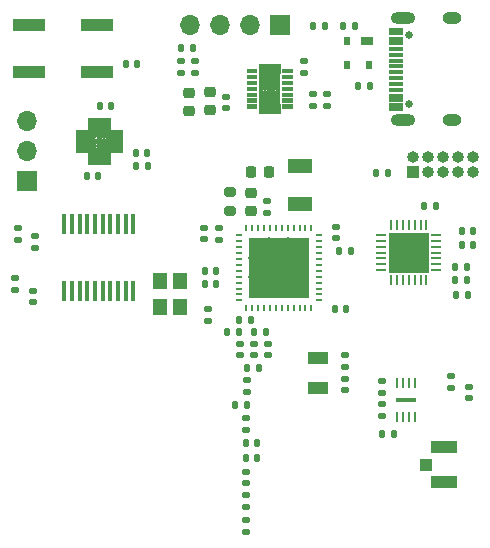
<source format=gts>
%TF.GenerationSoftware,KiCad,Pcbnew,(6.0.7)*%
%TF.CreationDate,2022-10-19T23:25:32-04:00*%
%TF.ProjectId,Emrick,456d7269-636b-42e6-9b69-6361645f7063,1*%
%TF.SameCoordinates,Original*%
%TF.FileFunction,Soldermask,Top*%
%TF.FilePolarity,Negative*%
%FSLAX46Y46*%
G04 Gerber Fmt 4.6, Leading zero omitted, Abs format (unit mm)*
G04 Created by KiCad (PCBNEW (6.0.7)) date 2022-10-19 23:25:32*
%MOMM*%
%LPD*%
G01*
G04 APERTURE LIST*
G04 Aperture macros list*
%AMRoundRect*
0 Rectangle with rounded corners*
0 $1 Rounding radius*
0 $2 $3 $4 $5 $6 $7 $8 $9 X,Y pos of 4 corners*
0 Add a 4 corners polygon primitive as box body*
4,1,4,$2,$3,$4,$5,$6,$7,$8,$9,$2,$3,0*
0 Add four circle primitives for the rounded corners*
1,1,$1+$1,$2,$3*
1,1,$1+$1,$4,$5*
1,1,$1+$1,$6,$7*
1,1,$1+$1,$8,$9*
0 Add four rect primitives between the rounded corners*
20,1,$1+$1,$2,$3,$4,$5,0*
20,1,$1+$1,$4,$5,$6,$7,0*
20,1,$1+$1,$6,$7,$8,$9,0*
20,1,$1+$1,$8,$9,$2,$3,0*%
G04 Aperture macros list end*
%ADD10C,0.100000*%
%ADD11C,0.508000*%
%ADD12R,0.850000X0.280000*%
%ADD13R,0.280000X0.850000*%
%ADD14R,1.200000X1.400000*%
%ADD15RoundRect,0.140000X-0.140000X-0.170000X0.140000X-0.170000X0.140000X0.170000X-0.140000X0.170000X0*%
%ADD16RoundRect,0.135000X0.185000X-0.135000X0.185000X0.135000X-0.185000X0.135000X-0.185000X-0.135000X0*%
%ADD17RoundRect,0.135000X0.135000X0.185000X-0.135000X0.185000X-0.135000X-0.185000X0.135000X-0.185000X0*%
%ADD18R,2.750000X1.000000*%
%ADD19R,2.000000X1.200000*%
%ADD20RoundRect,0.140000X0.170000X-0.140000X0.170000X0.140000X-0.170000X0.140000X-0.170000X-0.140000X0*%
%ADD21RoundRect,0.147500X-0.172500X0.147500X-0.172500X-0.147500X0.172500X-0.147500X0.172500X0.147500X0*%
%ADD22RoundRect,0.140000X0.140000X0.170000X-0.140000X0.170000X-0.140000X-0.170000X0.140000X-0.170000X0*%
%ADD23RoundRect,0.140000X-0.170000X0.140000X-0.170000X-0.140000X0.170000X-0.140000X0.170000X0.140000X0*%
%ADD24R,1.000000X0.700000*%
%ADD25R,0.600000X0.700000*%
%ADD26RoundRect,0.147500X0.172500X-0.147500X0.172500X0.147500X-0.172500X0.147500X-0.172500X-0.147500X0*%
%ADD27R,0.965200X0.254000*%
%ADD28R,0.254000X0.965200*%
%ADD29R,3.352800X3.352800*%
%ADD30R,0.355600X1.676400*%
%ADD31RoundRect,0.225000X-0.250000X0.225000X-0.250000X-0.225000X0.250000X-0.225000X0.250000X0.225000X0*%
%ADD32RoundRect,0.135000X-0.135000X-0.185000X0.135000X-0.185000X0.135000X0.185000X-0.135000X0.185000X0*%
%ADD33O,0.240000X0.599999*%
%ADD34O,0.599999X0.240000*%
%ADD35R,5.150000X5.150000*%
%ADD36C,0.499999*%
%ADD37R,1.800000X1.000000*%
%ADD38O,1.000000X1.000000*%
%ADD39R,1.000000X1.000000*%
%ADD40R,1.700000X1.700000*%
%ADD41O,1.700000X1.700000*%
%ADD42R,1.050000X1.000000*%
%ADD43R,2.200000X1.050000*%
%ADD44RoundRect,0.225000X0.250000X-0.225000X0.250000X0.225000X-0.250000X0.225000X-0.250000X-0.225000X0*%
%ADD45C,0.650000*%
%ADD46R,1.150000X0.300000*%
%ADD47O,1.600000X1.000000*%
%ADD48O,2.100000X1.000000*%
%ADD49R,0.820000X0.280000*%
%ADD50R,0.254000X0.812800*%
%ADD51R,1.701800X0.304800*%
%ADD52RoundRect,0.147500X-0.147500X-0.172500X0.147500X-0.172500X0.147500X0.172500X-0.147500X0.172500X0*%
%ADD53RoundRect,0.200000X-0.275000X0.200000X-0.275000X-0.200000X0.275000X-0.200000X0.275000X0.200000X0*%
%ADD54RoundRect,0.225000X0.225000X0.250000X-0.225000X0.250000X-0.225000X-0.250000X0.225000X-0.250000X0*%
G04 APERTURE END LIST*
%TO.C,U6*%
G36*
X91934595Y-31409533D02*
G01*
X90945404Y-31409533D01*
X90945404Y-30990341D01*
X91934595Y-30990341D01*
X91934595Y-31409533D01*
G37*
D10*
X91934595Y-31409533D02*
X90945404Y-31409533D01*
X90945404Y-30990341D01*
X91934595Y-30990341D01*
X91934595Y-31409533D01*
G36*
X90878500Y-32363500D02*
G01*
X89051500Y-32363500D01*
X89051500Y-32043700D01*
X90878500Y-32043700D01*
X90878500Y-32363500D01*
G37*
X90878500Y-32363500D02*
X89051500Y-32363500D01*
X89051500Y-32043700D01*
X90878500Y-32043700D01*
X90878500Y-32363500D01*
G36*
X89924596Y-30469596D02*
G01*
X89505405Y-30469596D01*
X89505405Y-29480405D01*
X89924596Y-29480405D01*
X89924596Y-30469596D01*
G37*
X89924596Y-30469596D02*
X89505405Y-30469596D01*
X89505405Y-29480405D01*
X89924596Y-29480405D01*
X89924596Y-30469596D01*
G36*
X90924597Y-33419595D02*
G01*
X90505403Y-33419595D01*
X90505403Y-32430404D01*
X90924597Y-32430404D01*
X90924597Y-33419595D01*
G37*
X90924597Y-33419595D02*
X90505403Y-33419595D01*
X90505403Y-32430404D01*
X90924597Y-32430404D01*
X90924597Y-33419595D01*
G36*
X88984596Y-31909659D02*
G01*
X87995405Y-31909659D01*
X87995405Y-31490467D01*
X88984596Y-31490467D01*
X88984596Y-31909659D01*
G37*
X88984596Y-31909659D02*
X87995405Y-31909659D01*
X87995405Y-31490467D01*
X88984596Y-31490467D01*
X88984596Y-31909659D01*
G36*
X90924597Y-30469596D02*
G01*
X90505403Y-30469596D01*
X90505403Y-29480405D01*
X90924597Y-29480405D01*
X90924597Y-30469596D01*
G37*
X90924597Y-30469596D02*
X90505403Y-30469596D01*
X90505403Y-29480405D01*
X90924597Y-29480405D01*
X90924597Y-30469596D01*
G36*
X91934595Y-32409785D02*
G01*
X90945404Y-32409785D01*
X90945404Y-31990593D01*
X91934595Y-31990593D01*
X91934595Y-32409785D01*
G37*
X91934595Y-32409785D02*
X90945404Y-32409785D01*
X90945404Y-31990593D01*
X91934595Y-31990593D01*
X91934595Y-32409785D01*
G36*
X88984596Y-30909407D02*
G01*
X87995405Y-30909407D01*
X87995405Y-30490215D01*
X88984596Y-30490215D01*
X88984596Y-30909407D01*
G37*
X88984596Y-30909407D02*
X87995405Y-30909407D01*
X87995405Y-30490215D01*
X88984596Y-30490215D01*
X88984596Y-30909407D01*
G36*
X91934595Y-31909659D02*
G01*
X90945404Y-31909659D01*
X90945404Y-31490467D01*
X91934595Y-31490467D01*
X91934595Y-31909659D01*
G37*
X91934595Y-31909659D02*
X90945404Y-31909659D01*
X90945404Y-31490467D01*
X91934595Y-31490467D01*
X91934595Y-31909659D01*
G36*
X90878500Y-32363500D02*
G01*
X90558700Y-32363500D01*
X90558700Y-30536500D01*
X90878500Y-30536500D01*
X90878500Y-32363500D01*
G37*
X90878500Y-32363500D02*
X90558700Y-32363500D01*
X90558700Y-30536500D01*
X90878500Y-30536500D01*
X90878500Y-32363500D01*
G36*
X91934595Y-30909407D02*
G01*
X90945404Y-30909407D01*
X90945404Y-30490215D01*
X91934595Y-30490215D01*
X91934595Y-30909407D01*
G37*
X91934595Y-30909407D02*
X90945404Y-30909407D01*
X90945404Y-30490215D01*
X91934595Y-30490215D01*
X91934595Y-30909407D01*
G36*
X89424597Y-33419595D02*
G01*
X89005403Y-33419595D01*
X89005403Y-32430404D01*
X89424597Y-32430404D01*
X89424597Y-33419595D01*
G37*
X89424597Y-33419595D02*
X89005403Y-33419595D01*
X89005403Y-32430404D01*
X89424597Y-32430404D01*
X89424597Y-33419595D01*
G36*
X89424597Y-30469596D02*
G01*
X89005403Y-30469596D01*
X89005403Y-29480405D01*
X89424597Y-29480405D01*
X89424597Y-30469596D01*
G37*
X89424597Y-30469596D02*
X89005403Y-30469596D01*
X89005403Y-29480405D01*
X89424597Y-29480405D01*
X89424597Y-30469596D01*
G36*
X88984596Y-32409785D02*
G01*
X87995405Y-32409785D01*
X87995405Y-31990593D01*
X88984596Y-31990593D01*
X88984596Y-32409785D01*
G37*
X88984596Y-32409785D02*
X87995405Y-32409785D01*
X87995405Y-31990593D01*
X88984596Y-31990593D01*
X88984596Y-32409785D01*
G36*
X90878500Y-31643700D02*
G01*
X89051500Y-31643700D01*
X89051500Y-31256300D01*
X90878500Y-31256300D01*
X90878500Y-31643700D01*
G37*
X90878500Y-31643700D02*
X89051500Y-31643700D01*
X89051500Y-31256300D01*
X90878500Y-31256300D01*
X90878500Y-31643700D01*
G36*
X90424595Y-33419595D02*
G01*
X90005404Y-33419595D01*
X90005404Y-32430404D01*
X90424595Y-32430404D01*
X90424595Y-33419595D01*
G37*
X90424595Y-33419595D02*
X90005404Y-33419595D01*
X90005404Y-32430404D01*
X90424595Y-32430404D01*
X90424595Y-33419595D01*
G36*
X90424595Y-30469596D02*
G01*
X90005404Y-30469596D01*
X90005404Y-29480405D01*
X90424595Y-29480405D01*
X90424595Y-30469596D01*
G37*
X90424595Y-30469596D02*
X90005404Y-30469596D01*
X90005404Y-29480405D01*
X90424595Y-29480405D01*
X90424595Y-30469596D01*
G36*
X88984596Y-31409533D02*
G01*
X87995405Y-31409533D01*
X87995405Y-30990341D01*
X88984596Y-30990341D01*
X88984596Y-31409533D01*
G37*
X88984596Y-31409533D02*
X87995405Y-31409533D01*
X87995405Y-30990341D01*
X88984596Y-30990341D01*
X88984596Y-31409533D01*
G36*
X90158700Y-32363500D02*
G01*
X89771300Y-32363500D01*
X89771300Y-30536500D01*
X90158700Y-30536500D01*
X90158700Y-32363500D01*
G37*
X90158700Y-32363500D02*
X89771300Y-32363500D01*
X89771300Y-30536500D01*
X90158700Y-30536500D01*
X90158700Y-32363500D01*
G36*
X89924596Y-33419595D02*
G01*
X89505405Y-33419595D01*
X89505405Y-32430404D01*
X89924596Y-32430404D01*
X89924596Y-33419595D01*
G37*
X89924596Y-33419595D02*
X89505405Y-33419595D01*
X89505405Y-32430404D01*
X89924596Y-32430404D01*
X89924596Y-33419595D01*
G36*
X89371300Y-32363500D02*
G01*
X89051500Y-32363500D01*
X89051500Y-30536500D01*
X89371300Y-30536500D01*
X89371300Y-32363500D01*
G37*
X89371300Y-32363500D02*
X89051500Y-32363500D01*
X89051500Y-30536500D01*
X89371300Y-30536500D01*
X89371300Y-32363500D01*
G36*
X90878500Y-30856300D02*
G01*
X89051500Y-30856300D01*
X89051500Y-30536500D01*
X90878500Y-30536500D01*
X90878500Y-30856300D01*
G37*
X90878500Y-30856300D02*
X89051500Y-30856300D01*
X89051500Y-30536500D01*
X90878500Y-30536500D01*
X90878500Y-30856300D01*
%TO.C,U3*%
G36*
X104841600Y-25676600D02*
G01*
X104408400Y-25676600D01*
X104408400Y-24923400D01*
X104841600Y-24923400D01*
X104841600Y-25676600D01*
G37*
X104841600Y-25676600D02*
X104408400Y-25676600D01*
X104408400Y-24923400D01*
X104841600Y-24923400D01*
X104841600Y-25676600D01*
G36*
X104593700Y-28488500D02*
G01*
X104206300Y-28488500D01*
X104206300Y-25511500D01*
X104593700Y-25511500D01*
X104593700Y-28488500D01*
G37*
X104593700Y-28488500D02*
X104206300Y-28488500D01*
X104206300Y-25511500D01*
X104593700Y-25511500D01*
X104593700Y-28488500D01*
G36*
X105253500Y-27587400D02*
G01*
X103546500Y-27587400D01*
X103546500Y-27200000D01*
X105253500Y-27200000D01*
X105253500Y-27587400D01*
G37*
X105253500Y-27587400D02*
X103546500Y-27587400D01*
X103546500Y-27200000D01*
X105253500Y-27200000D01*
X105253500Y-27587400D01*
G36*
X103806300Y-28488500D02*
G01*
X103546500Y-28488500D01*
X103546500Y-25511500D01*
X103806300Y-25511500D01*
X103806300Y-28488500D01*
G37*
X103806300Y-28488500D02*
X103546500Y-28488500D01*
X103546500Y-25511500D01*
X103806300Y-25511500D01*
X103806300Y-28488500D01*
G36*
X105253500Y-28488500D02*
G01*
X103546500Y-28488500D01*
X103546500Y-27987400D01*
X105253500Y-27987400D01*
X105253500Y-28488500D01*
G37*
X105253500Y-28488500D02*
X103546500Y-28488500D01*
X103546500Y-27987400D01*
X105253500Y-27987400D01*
X105253500Y-28488500D01*
G36*
X103300000Y-25640000D02*
G01*
X102480001Y-25640000D01*
X102480001Y-25360001D01*
X103300000Y-25360001D01*
X103300000Y-25640000D01*
G37*
X103300000Y-25640000D02*
X102480001Y-25640000D01*
X102480001Y-25360001D01*
X103300000Y-25360001D01*
X103300000Y-25640000D01*
G36*
X105253500Y-26012600D02*
G01*
X103546500Y-26012600D01*
X103546500Y-25511500D01*
X105253500Y-25511500D01*
X105253500Y-26012600D01*
G37*
X105253500Y-26012600D02*
X103546500Y-26012600D01*
X103546500Y-25511500D01*
X105253500Y-25511500D01*
X105253500Y-26012600D01*
G36*
X106319999Y-26139999D02*
G01*
X105500000Y-26139999D01*
X105500000Y-25860000D01*
X106319999Y-25860000D01*
X106319999Y-26139999D01*
G37*
X106319999Y-26139999D02*
X105500000Y-26139999D01*
X105500000Y-25860000D01*
X106319999Y-25860000D01*
X106319999Y-26139999D01*
G36*
X105253500Y-28488500D02*
G01*
X104993700Y-28488500D01*
X104993700Y-25511500D01*
X105253500Y-25511500D01*
X105253500Y-28488500D01*
G37*
X105253500Y-28488500D02*
X104993700Y-28488500D01*
X104993700Y-25511500D01*
X105253500Y-25511500D01*
X105253500Y-28488500D01*
G36*
X106319999Y-25640000D02*
G01*
X105500000Y-25640000D01*
X105500000Y-25360001D01*
X106319999Y-25360001D01*
X106319999Y-25640000D01*
G37*
X106319999Y-25640000D02*
X105500000Y-25640000D01*
X105500000Y-25360001D01*
X106319999Y-25360001D01*
X106319999Y-25640000D01*
G36*
X103300000Y-27140000D02*
G01*
X102480001Y-27140000D01*
X102480001Y-26860000D01*
X103300000Y-26860000D01*
X103300000Y-27140000D01*
G37*
X103300000Y-27140000D02*
X102480001Y-27140000D01*
X102480001Y-26860000D01*
X103300000Y-26860000D01*
X103300000Y-27140000D01*
G36*
X106319999Y-27639999D02*
G01*
X105500000Y-27639999D01*
X105500000Y-27359999D01*
X106319999Y-27359999D01*
X106319999Y-27639999D01*
G37*
X106319999Y-27639999D02*
X105500000Y-27639999D01*
X105500000Y-27359999D01*
X106319999Y-27359999D01*
X106319999Y-27639999D01*
G36*
X104841600Y-29076600D02*
G01*
X104408400Y-29076600D01*
X104408400Y-28323400D01*
X104841600Y-28323400D01*
X104841600Y-29076600D01*
G37*
X104841600Y-29076600D02*
X104408400Y-29076600D01*
X104408400Y-28323400D01*
X104841600Y-28323400D01*
X104841600Y-29076600D01*
G36*
X106319999Y-26640001D02*
G01*
X105500000Y-26640001D01*
X105500000Y-26359999D01*
X106319999Y-26359999D01*
X106319999Y-26640001D01*
G37*
X106319999Y-26640001D02*
X105500000Y-26640001D01*
X105500000Y-26359999D01*
X106319999Y-26359999D01*
X106319999Y-26640001D01*
G36*
X105291600Y-29076600D02*
G01*
X104858400Y-29076600D01*
X104858400Y-28323400D01*
X105291600Y-28323400D01*
X105291600Y-29076600D01*
G37*
X105291600Y-29076600D02*
X104858400Y-29076600D01*
X104858400Y-28323400D01*
X105291600Y-28323400D01*
X105291600Y-29076600D01*
G36*
X104391600Y-29076600D02*
G01*
X103958400Y-29076600D01*
X103958400Y-28323400D01*
X104391600Y-28323400D01*
X104391600Y-29076600D01*
G37*
X104391600Y-29076600D02*
X103958400Y-29076600D01*
X103958400Y-28323400D01*
X104391600Y-28323400D01*
X104391600Y-29076600D01*
G36*
X103300000Y-28140000D02*
G01*
X102480001Y-28140000D01*
X102480001Y-27860001D01*
X103300000Y-27860001D01*
X103300000Y-28140000D01*
G37*
X103300000Y-28140000D02*
X102480001Y-28140000D01*
X102480001Y-27860001D01*
X103300000Y-27860001D01*
X103300000Y-28140000D01*
G36*
X103300000Y-26640001D02*
G01*
X102480001Y-26640001D01*
X102480001Y-26360001D01*
X103300000Y-26360001D01*
X103300000Y-26640001D01*
G37*
X103300000Y-26640001D02*
X102480001Y-26640001D01*
X102480001Y-26360001D01*
X103300000Y-26360001D01*
X103300000Y-26640001D01*
G36*
X104391600Y-25676600D02*
G01*
X103958400Y-25676600D01*
X103958400Y-24923400D01*
X104391600Y-24923400D01*
X104391600Y-25676600D01*
G37*
X104391600Y-25676600D02*
X103958400Y-25676600D01*
X103958400Y-24923400D01*
X104391600Y-24923400D01*
X104391600Y-25676600D01*
G36*
X103941600Y-29076600D02*
G01*
X103508400Y-29076600D01*
X103508400Y-28323400D01*
X103941600Y-28323400D01*
X103941600Y-29076600D01*
G37*
X103941600Y-29076600D02*
X103508400Y-29076600D01*
X103508400Y-28323400D01*
X103941600Y-28323400D01*
X103941600Y-29076600D01*
G36*
X105253500Y-26800000D02*
G01*
X103546500Y-26800000D01*
X103546500Y-26412600D01*
X105253500Y-26412600D01*
X105253500Y-26800000D01*
G37*
X105253500Y-26800000D02*
X103546500Y-26800000D01*
X103546500Y-26412600D01*
X105253500Y-26412600D01*
X105253500Y-26800000D01*
G36*
X103300000Y-27640001D02*
G01*
X102480001Y-27640001D01*
X102480001Y-27359999D01*
X103300000Y-27359999D01*
X103300000Y-27640001D01*
G37*
X103300000Y-27640001D02*
X102480001Y-27640001D01*
X102480001Y-27359999D01*
X103300000Y-27359999D01*
X103300000Y-27640001D01*
G36*
X103300000Y-26139999D02*
G01*
X102480001Y-26139999D01*
X102480001Y-25860000D01*
X103300000Y-25860000D01*
X103300000Y-26139999D01*
G37*
X103300000Y-26139999D02*
X102480001Y-26139999D01*
X102480001Y-25860000D01*
X103300000Y-25860000D01*
X103300000Y-26139999D01*
G36*
X106319999Y-28140000D02*
G01*
X105500000Y-28140000D01*
X105500000Y-27860001D01*
X106319999Y-27860001D01*
X106319999Y-28140000D01*
G37*
X106319999Y-28140000D02*
X105500000Y-28140000D01*
X105500000Y-27860001D01*
X106319999Y-27860001D01*
X106319999Y-28140000D01*
G36*
X106319999Y-27140000D02*
G01*
X105500000Y-27140000D01*
X105500000Y-26860000D01*
X106319999Y-26860000D01*
X106319999Y-27140000D01*
G37*
X106319999Y-27140000D02*
X105500000Y-27140000D01*
X105500000Y-26860000D01*
X106319999Y-26860000D01*
X106319999Y-27140000D01*
G36*
X105291600Y-25676600D02*
G01*
X104858400Y-25676600D01*
X104858400Y-24923400D01*
X105291600Y-24923400D01*
X105291600Y-25676600D01*
G37*
X105291600Y-25676600D02*
X104858400Y-25676600D01*
X104858400Y-24923400D01*
X105291600Y-24923400D01*
X105291600Y-25676600D01*
G36*
X103300000Y-28639999D02*
G01*
X102480001Y-28639999D01*
X102480001Y-28360000D01*
X103300000Y-28360000D01*
X103300000Y-28639999D01*
G37*
X103300000Y-28639999D02*
X102480001Y-28639999D01*
X102480001Y-28360000D01*
X103300000Y-28360000D01*
X103300000Y-28639999D01*
G36*
X103941600Y-25676600D02*
G01*
X103508400Y-25676600D01*
X103508400Y-24923400D01*
X103941600Y-24923400D01*
X103941600Y-25676600D01*
G37*
X103941600Y-25676600D02*
X103508400Y-25676600D01*
X103508400Y-24923400D01*
X103941600Y-24923400D01*
X103941600Y-25676600D01*
G36*
X106319999Y-28639999D02*
G01*
X105500000Y-28639999D01*
X105500000Y-28360000D01*
X106319999Y-28360000D01*
X106319999Y-28639999D01*
G37*
X106319999Y-28639999D02*
X105500000Y-28639999D01*
X105500000Y-28360000D01*
X106319999Y-28360000D01*
X106319999Y-28639999D01*
%TD*%
D11*
%TO.C,U6*%
X89571300Y-31056300D03*
X90358700Y-31843700D03*
X90358700Y-31056300D03*
X89571300Y-31843700D03*
D12*
X91440001Y-30699811D03*
X91440001Y-31199937D03*
X91440001Y-31700063D03*
X91440001Y-32200189D03*
D13*
X90715001Y-32925001D03*
X90215000Y-32925001D03*
X89715000Y-32925001D03*
X89214999Y-32925001D03*
D12*
X88489999Y-32200189D03*
X88489999Y-31700063D03*
X88489999Y-31199937D03*
X88489999Y-30699811D03*
D13*
X89214999Y-29974999D03*
X89715000Y-29974999D03*
X90215000Y-29974999D03*
X90715001Y-29974999D03*
%TD*%
D14*
%TO.C,Y1*%
X96850000Y-45500000D03*
X96850000Y-43300000D03*
X95150000Y-43300000D03*
X95150000Y-45500000D03*
%TD*%
D15*
%TO.C,C14*%
X120720000Y-39100000D03*
X121680000Y-39100000D03*
%TD*%
D16*
%TO.C,R10*%
X98100000Y-25710000D03*
X98100000Y-24690000D03*
%TD*%
D15*
%TO.C,C13*%
X120720000Y-40250000D03*
X121680000Y-40250000D03*
%TD*%
D17*
%TO.C,R17*%
X111610000Y-21700000D03*
X110590000Y-21700000D03*
%TD*%
D18*
%TO.C,SW2*%
X89780000Y-25600000D03*
X84020000Y-25600000D03*
X84020000Y-21600000D03*
X89780000Y-21600000D03*
%TD*%
D19*
%TO.C,L1*%
X107000000Y-36800000D03*
X107000000Y-33600000D03*
%TD*%
D20*
%TO.C,C26*%
X109270572Y-28480000D03*
X109270572Y-27520000D03*
%TD*%
D16*
%TO.C,R21*%
X113950000Y-54760000D03*
X113950000Y-53740000D03*
%TD*%
D21*
%TO.C,L5*%
X102400000Y-54935000D03*
X102400000Y-55905000D03*
%TD*%
%TO.C,L2*%
X101900000Y-48630000D03*
X101900000Y-49600000D03*
%TD*%
D22*
%TO.C,C3*%
X99880000Y-42500000D03*
X98920000Y-42500000D03*
%TD*%
D23*
%TO.C,C8*%
X99200000Y-45720000D03*
X99200000Y-46680000D03*
%TD*%
D15*
%TO.C,C1*%
X109920000Y-45700000D03*
X110880000Y-45700000D03*
%TD*%
D16*
%TO.C,R2*%
X100100000Y-39810000D03*
X100100000Y-38790000D03*
%TD*%
D15*
%TO.C,C33*%
X93085000Y-32495000D03*
X94045000Y-32495000D03*
%TD*%
D17*
%TO.C,R15*%
X121154000Y-42087000D03*
X120134000Y-42087000D03*
%TD*%
D24*
%TO.C,D4*%
X112650000Y-23000000D03*
D25*
X110950000Y-23000000D03*
X110950000Y-25000000D03*
X112850000Y-25000000D03*
%TD*%
D16*
%TO.C,R4*%
X83100000Y-39810000D03*
X83100000Y-38790000D03*
%TD*%
D15*
%TO.C,C24*%
X92220000Y-24900000D03*
X93180000Y-24900000D03*
%TD*%
D17*
%TO.C,R12*%
X97910000Y-23600000D03*
X96890000Y-23600000D03*
%TD*%
D26*
%TO.C,D1*%
X121297000Y-53235000D03*
X121297000Y-52265000D03*
%TD*%
D23*
%TO.C,C18*%
X103100000Y-48640000D03*
X103100000Y-49600000D03*
%TD*%
D27*
%TO.C,U4*%
X118524100Y-42400000D03*
X118524100Y-41900001D03*
X118524100Y-41399999D03*
X118524100Y-40900000D03*
X118524100Y-40400001D03*
X118524100Y-39899999D03*
X118524100Y-39400000D03*
D28*
X117700000Y-38575900D03*
X117200001Y-38575900D03*
X116699999Y-38575900D03*
X116200000Y-38575900D03*
X115700001Y-38575900D03*
X115199999Y-38575900D03*
X114700000Y-38575900D03*
D27*
X113875900Y-39400000D03*
X113875900Y-39899999D03*
X113875900Y-40400001D03*
X113875900Y-40900000D03*
X113875900Y-41399999D03*
X113875900Y-41900001D03*
X113875900Y-42400000D03*
D28*
X114700000Y-43224100D03*
X115199999Y-43224100D03*
X115700001Y-43224100D03*
X116200000Y-43224100D03*
X116699999Y-43224100D03*
X117200001Y-43224100D03*
X117700000Y-43224100D03*
D29*
X116200000Y-40900000D03*
%TD*%
D17*
%TO.C,R19*%
X118510000Y-37000000D03*
X117490000Y-37000000D03*
%TD*%
D30*
%TO.C,U1*%
X87027500Y-44133650D03*
X87677501Y-44133650D03*
X88327499Y-44133650D03*
X88977501Y-44133650D03*
X89627499Y-44133650D03*
X90277498Y-44133650D03*
X90927499Y-44133650D03*
X91577498Y-44133650D03*
X92227499Y-44133650D03*
X92877498Y-44133650D03*
X92877500Y-38494850D03*
X92227502Y-38494850D03*
X91577501Y-38494850D03*
X90927502Y-38494850D03*
X90277501Y-38494850D03*
X89627502Y-38494850D03*
X88977501Y-38494850D03*
X88327502Y-38494850D03*
X87677501Y-38494850D03*
X87027502Y-38494850D03*
%TD*%
D20*
%TO.C,C5*%
X104200000Y-37530000D03*
X104200000Y-36570000D03*
%TD*%
D31*
%TO.C,C28*%
X99370572Y-27325000D03*
X99370572Y-28875000D03*
%TD*%
D15*
%TO.C,C31*%
X90040000Y-28500000D03*
X91000000Y-28500000D03*
%TD*%
D20*
%TO.C,C25*%
X108070572Y-28480000D03*
X108070572Y-27520000D03*
%TD*%
D23*
%TO.C,C15*%
X98900000Y-38820000D03*
X98900000Y-39780000D03*
%TD*%
D15*
%TO.C,C2*%
X110320000Y-40800000D03*
X111280000Y-40800000D03*
%TD*%
D32*
%TO.C,R3*%
X113390000Y-34200000D03*
X114410000Y-34200000D03*
%TD*%
D15*
%TO.C,C11*%
X100826000Y-47620000D03*
X101786000Y-47620000D03*
%TD*%
D33*
%TO.C,U2*%
X102450000Y-45600001D03*
X102949999Y-45600001D03*
X103449998Y-45600001D03*
X103950000Y-45600001D03*
X104449999Y-45600001D03*
X104950000Y-45600001D03*
X105450000Y-45600001D03*
X105949998Y-45600001D03*
X106450000Y-45600001D03*
X106949999Y-45600001D03*
X107450001Y-45600001D03*
X107950000Y-45600001D03*
D34*
X108600001Y-44950000D03*
X108600001Y-44450001D03*
X108600001Y-43950002D03*
X108600001Y-43450000D03*
X108600001Y-42950001D03*
X108600001Y-42450000D03*
X108600001Y-41950000D03*
X108600001Y-41450002D03*
X108600001Y-40950000D03*
X108600001Y-40450001D03*
X108600001Y-39949999D03*
X108600001Y-39450000D03*
D33*
X107950000Y-38799999D03*
X107450001Y-38799999D03*
X106949999Y-38799999D03*
X106450000Y-38799999D03*
X105949998Y-38799999D03*
X105450000Y-38799999D03*
X104950000Y-38799999D03*
X104449999Y-38799999D03*
X103950000Y-38799999D03*
X103449998Y-38799999D03*
X102949999Y-38799999D03*
X102450000Y-38799999D03*
D34*
X101799999Y-39450000D03*
X101799999Y-39949999D03*
X101799999Y-40450001D03*
X101799999Y-40950000D03*
X101799999Y-41450002D03*
X101799999Y-41950000D03*
X101799999Y-42450000D03*
X101799999Y-42950001D03*
X101799999Y-43450000D03*
X101799999Y-43950002D03*
X101799999Y-44450001D03*
X101799999Y-44950000D03*
D35*
X105200000Y-42200000D03*
D36*
X102875001Y-41396499D03*
X102875001Y-43003501D03*
X107524999Y-41396499D03*
X106003501Y-39875001D03*
X104396499Y-44524999D03*
X104396499Y-43003501D03*
X107524999Y-43003501D03*
X104396499Y-41396499D03*
X106003501Y-44524999D03*
X104396499Y-39875001D03*
X106003501Y-41396499D03*
X106003501Y-43003501D03*
%TD*%
D22*
%TO.C,C7*%
X99880000Y-43600000D03*
X98920000Y-43600000D03*
%TD*%
D37*
%TO.C,Y2*%
X108500000Y-52350000D03*
X108500000Y-49850000D03*
%TD*%
D17*
%TO.C,R14*%
X121154000Y-43230000D03*
X120134000Y-43230000D03*
%TD*%
D38*
%TO.C,J3*%
X121630000Y-32855000D03*
X121630000Y-34125000D03*
X120360000Y-32855000D03*
X120360000Y-34125000D03*
X119090000Y-32855000D03*
X119090000Y-34125000D03*
X117820000Y-32855000D03*
X117820000Y-34125000D03*
X116550000Y-32855000D03*
D39*
X116550000Y-34125000D03*
%TD*%
D40*
%TO.C,SW1*%
X83907000Y-34831000D03*
D41*
X83907000Y-32291000D03*
X83907000Y-29751000D03*
%TD*%
D42*
%TO.C,J2*%
X117620000Y-58882500D03*
D43*
X119145000Y-60357500D03*
X119145000Y-57407500D03*
%TD*%
D40*
%TO.C,J1*%
X105300000Y-21625000D03*
D41*
X102760000Y-21625000D03*
X100220000Y-21625000D03*
X97680000Y-21625000D03*
%TD*%
D23*
%TO.C,C32*%
X113900000Y-51820000D03*
X113900000Y-52780000D03*
%TD*%
D20*
%TO.C,C30*%
X107300000Y-25680000D03*
X107300000Y-24720000D03*
%TD*%
D22*
%TO.C,C20*%
X102480000Y-53820000D03*
X101520000Y-53820000D03*
%TD*%
D44*
%TO.C,C4*%
X102800000Y-37375000D03*
X102800000Y-35825000D03*
%TD*%
D23*
%TO.C,C29*%
X100700000Y-27720000D03*
X100700000Y-28680000D03*
%TD*%
%TO.C,C17*%
X102425000Y-63572500D03*
X102425000Y-64532500D03*
%TD*%
D45*
%TO.C,P1*%
X116195000Y-28290000D03*
X116195000Y-22510000D03*
D46*
X115130000Y-28750000D03*
X115130000Y-27950000D03*
X115130000Y-26650000D03*
X115130000Y-25650000D03*
X115130000Y-25150000D03*
X115130000Y-24150000D03*
X115130000Y-22850000D03*
X115130000Y-22050000D03*
X115130000Y-22350000D03*
X115130000Y-23150000D03*
X115130000Y-23650000D03*
X115130000Y-24650000D03*
X115130000Y-26150000D03*
X115130000Y-27150000D03*
X115130000Y-27650000D03*
X115130000Y-28450000D03*
D47*
X119875000Y-29720000D03*
D48*
X115695000Y-21080000D03*
X115695000Y-29720000D03*
D47*
X119875000Y-21080000D03*
%TD*%
D20*
%TO.C,C22*%
X110000000Y-39680000D03*
X110000000Y-38720000D03*
%TD*%
D15*
%TO.C,C19*%
X102520000Y-50720000D03*
X103480000Y-50720000D03*
%TD*%
D22*
%TO.C,C12*%
X103380000Y-58282500D03*
X102420000Y-58282500D03*
%TD*%
D44*
%TO.C,C27*%
X97623072Y-28926000D03*
X97623072Y-27376000D03*
%TD*%
D16*
%TO.C,R1*%
X119773000Y-52349000D03*
X119773000Y-51329000D03*
%TD*%
D15*
%TO.C,C21*%
X102420000Y-57000000D03*
X103380000Y-57000000D03*
%TD*%
D26*
%TO.C,D3*%
X84424000Y-45103000D03*
X84424000Y-44133000D03*
%TD*%
D20*
%TO.C,C16*%
X102400000Y-60412500D03*
X102400000Y-59452500D03*
%TD*%
%TO.C,C9*%
X110800000Y-52580000D03*
X110800000Y-51620000D03*
%TD*%
D17*
%TO.C,R20*%
X109110000Y-21700000D03*
X108090000Y-21700000D03*
%TD*%
D23*
%TO.C,C10*%
X110800000Y-49620000D03*
X110800000Y-50580000D03*
%TD*%
D21*
%TO.C,L6*%
X102400000Y-61447500D03*
X102400000Y-62417500D03*
%TD*%
D23*
%TO.C,C23*%
X104300000Y-48640000D03*
X104300000Y-49600000D03*
%TD*%
D32*
%TO.C,R13*%
X113940000Y-56250000D03*
X114960000Y-56250000D03*
%TD*%
%TO.C,R18*%
X93090000Y-33600000D03*
X94110000Y-33600000D03*
%TD*%
D49*
%TO.C,U3*%
X102890000Y-25500000D03*
X102890000Y-25999999D03*
X102890000Y-26500001D03*
X102890000Y-27000000D03*
X102890000Y-27500002D03*
X102890000Y-28000001D03*
X102890000Y-28500000D03*
X105910000Y-28500000D03*
X105910000Y-28000001D03*
X105910000Y-27499999D03*
X105910000Y-27000000D03*
X105910000Y-26499998D03*
X105910000Y-25999999D03*
X105910000Y-25500000D03*
D11*
X104793700Y-27000000D03*
X104006300Y-27787400D03*
X104006300Y-26212600D03*
X104793700Y-26212600D03*
X104006300Y-27000000D03*
X104793700Y-27787400D03*
%TD*%
D21*
%TO.C,L4*%
X102500000Y-51735000D03*
X102500000Y-52705000D03*
%TD*%
D50*
%TO.C,U5*%
X115238000Y-54847800D03*
X115746000Y-54847800D03*
X116254000Y-54847800D03*
X116762000Y-54847800D03*
X116762000Y-51952200D03*
X116254000Y-51952200D03*
X115746000Y-51952200D03*
X115238000Y-51952200D03*
D51*
X116000000Y-53400000D03*
%TD*%
D32*
%TO.C,R6*%
X111890000Y-26800000D03*
X112910000Y-26800000D03*
%TD*%
D22*
%TO.C,C34*%
X89880000Y-34400000D03*
X88920000Y-34400000D03*
%TD*%
D16*
%TO.C,R11*%
X96900000Y-25710000D03*
X96900000Y-24690000D03*
%TD*%
D26*
%TO.C,D2*%
X84527000Y-40489000D03*
X84527000Y-39519000D03*
%TD*%
D16*
%TO.C,R5*%
X82900000Y-44100000D03*
X82900000Y-43080000D03*
%TD*%
D17*
%TO.C,R16*%
X121192000Y-44464000D03*
X120172000Y-44464000D03*
%TD*%
D52*
%TO.C,L3*%
X101837000Y-46620000D03*
X102807000Y-46620000D03*
%TD*%
D53*
%TO.C,FB1*%
X101100000Y-35775000D03*
X101100000Y-37425000D03*
%TD*%
D52*
%TO.C,L7*%
X103107000Y-47620000D03*
X104077000Y-47620000D03*
%TD*%
D54*
%TO.C,C6*%
X104375000Y-34100000D03*
X102825000Y-34100000D03*
%TD*%
M02*

</source>
